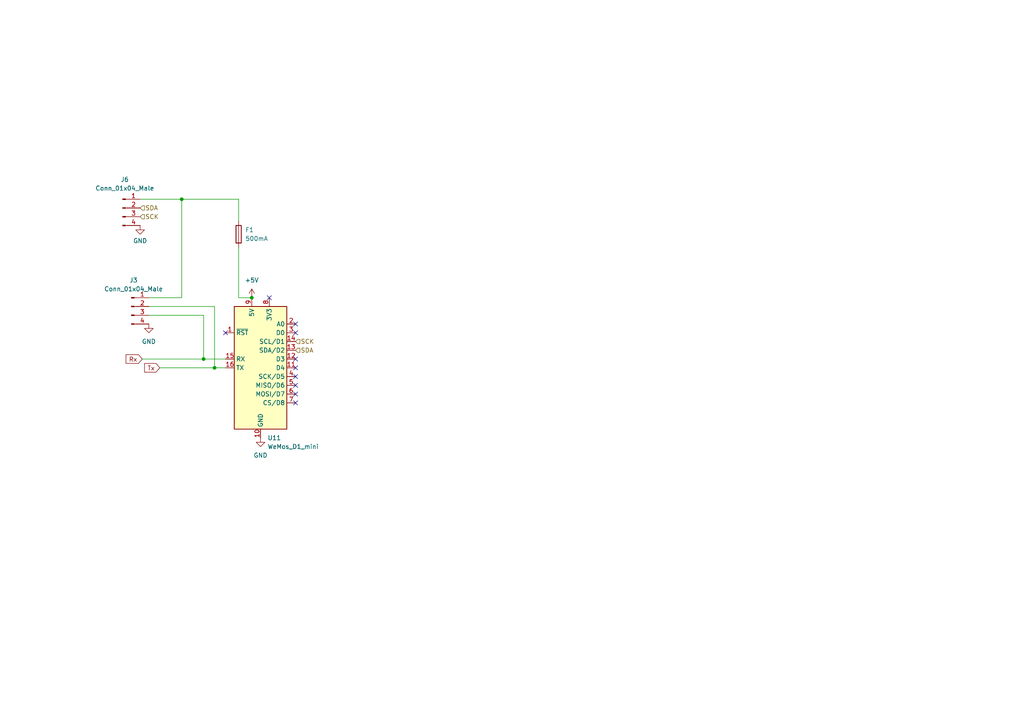
<source format=kicad_sch>
(kicad_sch (version 20211123) (generator eeschema)

  (uuid 41da7941-d8d8-4081-941a-987a11e4e970)

  (paper "A4")

  (lib_symbols
    (symbol "Connector:Conn_01x04_Male" (pin_names (offset 1.016) hide) (in_bom yes) (on_board yes)
      (property "Reference" "J" (id 0) (at 0 5.08 0)
        (effects (font (size 1.27 1.27)))
      )
      (property "Value" "Conn_01x04_Male" (id 1) (at 0 -7.62 0)
        (effects (font (size 1.27 1.27)))
      )
      (property "Footprint" "" (id 2) (at 0 0 0)
        (effects (font (size 1.27 1.27)) hide)
      )
      (property "Datasheet" "~" (id 3) (at 0 0 0)
        (effects (font (size 1.27 1.27)) hide)
      )
      (property "ki_keywords" "connector" (id 4) (at 0 0 0)
        (effects (font (size 1.27 1.27)) hide)
      )
      (property "ki_description" "Generic connector, single row, 01x04, script generated (kicad-library-utils/schlib/autogen/connector/)" (id 5) (at 0 0 0)
        (effects (font (size 1.27 1.27)) hide)
      )
      (property "ki_fp_filters" "Connector*:*_1x??_*" (id 6) (at 0 0 0)
        (effects (font (size 1.27 1.27)) hide)
      )
      (symbol "Conn_01x04_Male_1_1"
        (polyline
          (pts
            (xy 1.27 -5.08)
            (xy 0.8636 -5.08)
          )
          (stroke (width 0.1524) (type default) (color 0 0 0 0))
          (fill (type none))
        )
        (polyline
          (pts
            (xy 1.27 -2.54)
            (xy 0.8636 -2.54)
          )
          (stroke (width 0.1524) (type default) (color 0 0 0 0))
          (fill (type none))
        )
        (polyline
          (pts
            (xy 1.27 0)
            (xy 0.8636 0)
          )
          (stroke (width 0.1524) (type default) (color 0 0 0 0))
          (fill (type none))
        )
        (polyline
          (pts
            (xy 1.27 2.54)
            (xy 0.8636 2.54)
          )
          (stroke (width 0.1524) (type default) (color 0 0 0 0))
          (fill (type none))
        )
        (rectangle (start 0.8636 -4.953) (end 0 -5.207)
          (stroke (width 0.1524) (type default) (color 0 0 0 0))
          (fill (type outline))
        )
        (rectangle (start 0.8636 -2.413) (end 0 -2.667)
          (stroke (width 0.1524) (type default) (color 0 0 0 0))
          (fill (type outline))
        )
        (rectangle (start 0.8636 0.127) (end 0 -0.127)
          (stroke (width 0.1524) (type default) (color 0 0 0 0))
          (fill (type outline))
        )
        (rectangle (start 0.8636 2.667) (end 0 2.413)
          (stroke (width 0.1524) (type default) (color 0 0 0 0))
          (fill (type outline))
        )
        (pin passive line (at 5.08 2.54 180) (length 3.81)
          (name "Pin_1" (effects (font (size 1.27 1.27))))
          (number "1" (effects (font (size 1.27 1.27))))
        )
        (pin passive line (at 5.08 0 180) (length 3.81)
          (name "Pin_2" (effects (font (size 1.27 1.27))))
          (number "2" (effects (font (size 1.27 1.27))))
        )
        (pin passive line (at 5.08 -2.54 180) (length 3.81)
          (name "Pin_3" (effects (font (size 1.27 1.27))))
          (number "3" (effects (font (size 1.27 1.27))))
        )
        (pin passive line (at 5.08 -5.08 180) (length 3.81)
          (name "Pin_4" (effects (font (size 1.27 1.27))))
          (number "4" (effects (font (size 1.27 1.27))))
        )
      )
    )
    (symbol "Device:Fuse" (pin_numbers hide) (pin_names (offset 0)) (in_bom yes) (on_board yes)
      (property "Reference" "F" (id 0) (at 2.032 0 90)
        (effects (font (size 1.27 1.27)))
      )
      (property "Value" "Fuse" (id 1) (at -1.905 0 90)
        (effects (font (size 1.27 1.27)))
      )
      (property "Footprint" "" (id 2) (at -1.778 0 90)
        (effects (font (size 1.27 1.27)) hide)
      )
      (property "Datasheet" "~" (id 3) (at 0 0 0)
        (effects (font (size 1.27 1.27)) hide)
      )
      (property "ki_keywords" "fuse" (id 4) (at 0 0 0)
        (effects (font (size 1.27 1.27)) hide)
      )
      (property "ki_description" "Fuse" (id 5) (at 0 0 0)
        (effects (font (size 1.27 1.27)) hide)
      )
      (property "ki_fp_filters" "*Fuse*" (id 6) (at 0 0 0)
        (effects (font (size 1.27 1.27)) hide)
      )
      (symbol "Fuse_0_1"
        (rectangle (start -0.762 -2.54) (end 0.762 2.54)
          (stroke (width 0.254) (type default) (color 0 0 0 0))
          (fill (type none))
        )
        (polyline
          (pts
            (xy 0 2.54)
            (xy 0 -2.54)
          )
          (stroke (width 0) (type default) (color 0 0 0 0))
          (fill (type none))
        )
      )
      (symbol "Fuse_1_1"
        (pin passive line (at 0 3.81 270) (length 1.27)
          (name "~" (effects (font (size 1.27 1.27))))
          (number "1" (effects (font (size 1.27 1.27))))
        )
        (pin passive line (at 0 -3.81 90) (length 1.27)
          (name "~" (effects (font (size 1.27 1.27))))
          (number "2" (effects (font (size 1.27 1.27))))
        )
      )
    )
    (symbol "MCU_Module:WeMos_D1_mini" (in_bom yes) (on_board yes)
      (property "Reference" "U" (id 0) (at 3.81 19.05 0)
        (effects (font (size 1.27 1.27)) (justify left))
      )
      (property "Value" "WeMos_D1_mini" (id 1) (at 1.27 -19.05 0)
        (effects (font (size 1.27 1.27)) (justify left))
      )
      (property "Footprint" "Module:WEMOS_D1_mini_light" (id 2) (at 0 -29.21 0)
        (effects (font (size 1.27 1.27)) hide)
      )
      (property "Datasheet" "https://wiki.wemos.cc/products:d1:d1_mini#documentation" (id 3) (at -46.99 -29.21 0)
        (effects (font (size 1.27 1.27)) hide)
      )
      (property "ki_keywords" "ESP8266 WiFi microcontroller ESP8266EX" (id 4) (at 0 0 0)
        (effects (font (size 1.27 1.27)) hide)
      )
      (property "ki_description" "32-bit microcontroller module with WiFi" (id 5) (at 0 0 0)
        (effects (font (size 1.27 1.27)) hide)
      )
      (property "ki_fp_filters" "WEMOS*D1*mini*" (id 6) (at 0 0 0)
        (effects (font (size 1.27 1.27)) hide)
      )
      (symbol "WeMos_D1_mini_1_1"
        (rectangle (start -7.62 17.78) (end 7.62 -17.78)
          (stroke (width 0.254) (type default) (color 0 0 0 0))
          (fill (type background))
        )
        (pin input line (at -10.16 10.16 0) (length 2.54)
          (name "~{RST}" (effects (font (size 1.27 1.27))))
          (number "1" (effects (font (size 1.27 1.27))))
        )
        (pin power_in line (at 0 -20.32 90) (length 2.54)
          (name "GND" (effects (font (size 1.27 1.27))))
          (number "10" (effects (font (size 1.27 1.27))))
        )
        (pin bidirectional line (at 10.16 0 180) (length 2.54)
          (name "D4" (effects (font (size 1.27 1.27))))
          (number "11" (effects (font (size 1.27 1.27))))
        )
        (pin bidirectional line (at 10.16 2.54 180) (length 2.54)
          (name "D3" (effects (font (size 1.27 1.27))))
          (number "12" (effects (font (size 1.27 1.27))))
        )
        (pin bidirectional line (at 10.16 5.08 180) (length 2.54)
          (name "SDA/D2" (effects (font (size 1.27 1.27))))
          (number "13" (effects (font (size 1.27 1.27))))
        )
        (pin bidirectional line (at 10.16 7.62 180) (length 2.54)
          (name "SCL/D1" (effects (font (size 1.27 1.27))))
          (number "14" (effects (font (size 1.27 1.27))))
        )
        (pin input line (at -10.16 2.54 0) (length 2.54)
          (name "RX" (effects (font (size 1.27 1.27))))
          (number "15" (effects (font (size 1.27 1.27))))
        )
        (pin output line (at -10.16 0 0) (length 2.54)
          (name "TX" (effects (font (size 1.27 1.27))))
          (number "16" (effects (font (size 1.27 1.27))))
        )
        (pin input line (at 10.16 12.7 180) (length 2.54)
          (name "A0" (effects (font (size 1.27 1.27))))
          (number "2" (effects (font (size 1.27 1.27))))
        )
        (pin bidirectional line (at 10.16 10.16 180) (length 2.54)
          (name "D0" (effects (font (size 1.27 1.27))))
          (number "3" (effects (font (size 1.27 1.27))))
        )
        (pin bidirectional line (at 10.16 -2.54 180) (length 2.54)
          (name "SCK/D5" (effects (font (size 1.27 1.27))))
          (number "4" (effects (font (size 1.27 1.27))))
        )
        (pin bidirectional line (at 10.16 -5.08 180) (length 2.54)
          (name "MISO/D6" (effects (font (size 1.27 1.27))))
          (number "5" (effects (font (size 1.27 1.27))))
        )
        (pin bidirectional line (at 10.16 -7.62 180) (length 2.54)
          (name "MOSI/D7" (effects (font (size 1.27 1.27))))
          (number "6" (effects (font (size 1.27 1.27))))
        )
        (pin bidirectional line (at 10.16 -10.16 180) (length 2.54)
          (name "CS/D8" (effects (font (size 1.27 1.27))))
          (number "7" (effects (font (size 1.27 1.27))))
        )
        (pin power_out line (at 2.54 20.32 270) (length 2.54)
          (name "3V3" (effects (font (size 1.27 1.27))))
          (number "8" (effects (font (size 1.27 1.27))))
        )
        (pin power_in line (at -2.54 20.32 270) (length 2.54)
          (name "5V" (effects (font (size 1.27 1.27))))
          (number "9" (effects (font (size 1.27 1.27))))
        )
      )
    )
    (symbol "power:+5V" (power) (pin_names (offset 0)) (in_bom yes) (on_board yes)
      (property "Reference" "#PWR" (id 0) (at 0 -3.81 0)
        (effects (font (size 1.27 1.27)) hide)
      )
      (property "Value" "+5V" (id 1) (at 0 3.556 0)
        (effects (font (size 1.27 1.27)))
      )
      (property "Footprint" "" (id 2) (at 0 0 0)
        (effects (font (size 1.27 1.27)) hide)
      )
      (property "Datasheet" "" (id 3) (at 0 0 0)
        (effects (font (size 1.27 1.27)) hide)
      )
      (property "ki_keywords" "power-flag" (id 4) (at 0 0 0)
        (effects (font (size 1.27 1.27)) hide)
      )
      (property "ki_description" "Power symbol creates a global label with name \"+5V\"" (id 5) (at 0 0 0)
        (effects (font (size 1.27 1.27)) hide)
      )
      (symbol "+5V_0_1"
        (polyline
          (pts
            (xy -0.762 1.27)
            (xy 0 2.54)
          )
          (stroke (width 0) (type default) (color 0 0 0 0))
          (fill (type none))
        )
        (polyline
          (pts
            (xy 0 0)
            (xy 0 2.54)
          )
          (stroke (width 0) (type default) (color 0 0 0 0))
          (fill (type none))
        )
        (polyline
          (pts
            (xy 0 2.54)
            (xy 0.762 1.27)
          )
          (stroke (width 0) (type default) (color 0 0 0 0))
          (fill (type none))
        )
      )
      (symbol "+5V_1_1"
        (pin power_in line (at 0 0 90) (length 0) hide
          (name "+5V" (effects (font (size 1.27 1.27))))
          (number "1" (effects (font (size 1.27 1.27))))
        )
      )
    )
    (symbol "power:GND" (power) (pin_names (offset 0)) (in_bom yes) (on_board yes)
      (property "Reference" "#PWR" (id 0) (at 0 -6.35 0)
        (effects (font (size 1.27 1.27)) hide)
      )
      (property "Value" "GND" (id 1) (at 0 -3.81 0)
        (effects (font (size 1.27 1.27)))
      )
      (property "Footprint" "" (id 2) (at 0 0 0)
        (effects (font (size 1.27 1.27)) hide)
      )
      (property "Datasheet" "" (id 3) (at 0 0 0)
        (effects (font (size 1.27 1.27)) hide)
      )
      (property "ki_keywords" "power-flag" (id 4) (at 0 0 0)
        (effects (font (size 1.27 1.27)) hide)
      )
      (property "ki_description" "Power symbol creates a global label with name \"GND\" , ground" (id 5) (at 0 0 0)
        (effects (font (size 1.27 1.27)) hide)
      )
      (symbol "GND_0_1"
        (polyline
          (pts
            (xy 0 0)
            (xy 0 -1.27)
            (xy 1.27 -1.27)
            (xy 0 -2.54)
            (xy -1.27 -1.27)
            (xy 0 -1.27)
          )
          (stroke (width 0) (type default) (color 0 0 0 0))
          (fill (type none))
        )
      )
      (symbol "GND_1_1"
        (pin power_in line (at 0 0 270) (length 0) hide
          (name "GND" (effects (font (size 1.27 1.27))))
          (number "1" (effects (font (size 1.27 1.27))))
        )
      )
    )
  )

  (junction (at 52.705 57.785) (diameter 0) (color 0 0 0 0)
    (uuid 6d04cd22-b011-4369-a080-7b9a826510b0)
  )
  (junction (at 59.055 104.14) (diameter 0) (color 0 0 0 0)
    (uuid 89f09487-f081-4cb1-9661-4c6a23a9b708)
  )
  (junction (at 73.025 86.36) (diameter 0) (color 0 0 0 0)
    (uuid c5d080e2-e7a2-469b-9d14-fda69fdf2680)
  )
  (junction (at 62.23 106.68) (diameter 0) (color 0 0 0 0)
    (uuid f11f0212-cadf-498a-bd3f-0547161332b6)
  )

  (no_connect (at 85.725 116.84) (uuid 9edc86fa-30a1-40e9-8671-a3c3a7e4142d))
  (no_connect (at 85.725 114.3) (uuid 9edc86fa-30a1-40e9-8671-a3c3a7e4142e))
  (no_connect (at 85.725 111.76) (uuid 9edc86fa-30a1-40e9-8671-a3c3a7e4142f))
  (no_connect (at 78.105 86.36) (uuid 9edc86fa-30a1-40e9-8671-a3c3a7e41430))
  (no_connect (at 65.405 96.52) (uuid 9edc86fa-30a1-40e9-8671-a3c3a7e41431))
  (no_connect (at 85.725 104.14) (uuid 9edc86fa-30a1-40e9-8671-a3c3a7e41432))
  (no_connect (at 85.725 106.68) (uuid 9edc86fa-30a1-40e9-8671-a3c3a7e41433))
  (no_connect (at 85.725 109.22) (uuid 9edc86fa-30a1-40e9-8671-a3c3a7e41434))
  (no_connect (at 85.725 96.52) (uuid 9edc86fa-30a1-40e9-8671-a3c3a7e41435))
  (no_connect (at 85.725 93.98) (uuid 9edc86fa-30a1-40e9-8671-a3c3a7e41436))

  (wire (pts (xy 46.355 106.68) (xy 62.23 106.68))
    (stroke (width 0) (type default) (color 0 0 0 0))
    (uuid 159c7d55-e962-417d-ab4b-3a573d99e1f5)
  )
  (wire (pts (xy 62.23 88.9) (xy 62.23 106.68))
    (stroke (width 0) (type default) (color 0 0 0 0))
    (uuid 24b5c92d-8a47-4085-a739-b5871f101b65)
  )
  (wire (pts (xy 52.705 57.785) (xy 69.215 57.785))
    (stroke (width 0) (type default) (color 0 0 0 0))
    (uuid 2f2b7a86-ce47-4454-b8ac-6699703b8292)
  )
  (wire (pts (xy 69.215 86.36) (xy 73.025 86.36))
    (stroke (width 0) (type default) (color 0 0 0 0))
    (uuid 306216c4-f88f-45b0-9ffc-0536882d005b)
  )
  (wire (pts (xy 62.23 106.68) (xy 65.405 106.68))
    (stroke (width 0) (type default) (color 0 0 0 0))
    (uuid 45ae54e6-2780-4f0d-8e1f-fa627d6f8f7f)
  )
  (wire (pts (xy 41.275 104.14) (xy 59.055 104.14))
    (stroke (width 0) (type default) (color 0 0 0 0))
    (uuid 65bb8dcb-3426-4e0a-a7f0-f963dc173940)
  )
  (wire (pts (xy 52.705 57.785) (xy 52.705 86.36))
    (stroke (width 0) (type default) (color 0 0 0 0))
    (uuid 7d474d5c-0414-4636-92c6-509bd2849582)
  )
  (wire (pts (xy 40.64 57.785) (xy 52.705 57.785))
    (stroke (width 0) (type default) (color 0 0 0 0))
    (uuid 840c034b-255d-4f00-9c61-0ce3fc321606)
  )
  (wire (pts (xy 69.215 71.755) (xy 69.215 86.36))
    (stroke (width 0) (type default) (color 0 0 0 0))
    (uuid 979f1f9f-6423-45e2-a00c-d0ecb19db64f)
  )
  (wire (pts (xy 43.18 88.9) (xy 62.23 88.9))
    (stroke (width 0) (type default) (color 0 0 0 0))
    (uuid ba04fac2-b5df-42d6-961b-f9283c6b34de)
  )
  (wire (pts (xy 52.705 86.36) (xy 43.18 86.36))
    (stroke (width 0) (type default) (color 0 0 0 0))
    (uuid bb737287-bf25-4590-949c-d864a8922614)
  )
  (wire (pts (xy 59.055 91.44) (xy 59.055 104.14))
    (stroke (width 0) (type default) (color 0 0 0 0))
    (uuid c1cf71f1-dcb1-4cf6-b0db-6ad943e17b1d)
  )
  (wire (pts (xy 43.18 91.44) (xy 59.055 91.44))
    (stroke (width 0) (type default) (color 0 0 0 0))
    (uuid cdfa9693-161c-4ec9-941e-006c537f4bc9)
  )
  (wire (pts (xy 59.055 104.14) (xy 65.405 104.14))
    (stroke (width 0) (type default) (color 0 0 0 0))
    (uuid d383dde6-e764-4b79-b175-41b34b5de119)
  )
  (wire (pts (xy 69.215 57.785) (xy 69.215 64.135))
    (stroke (width 0) (type default) (color 0 0 0 0))
    (uuid febee907-1368-428e-b47a-8e7a536a7d93)
  )

  (global_label "Rx" (shape input) (at 41.275 104.14 180) (fields_autoplaced)
    (effects (font (size 1.27 1.27)) (justify right))
    (uuid 08208af5-9358-4c86-ba78-2e1edb6787a9)
    (property "Intersheet References" "${INTERSHEET_REFS}" (id 0) (at 36.5638 104.0606 0)
      (effects (font (size 1.27 1.27)) (justify right) hide)
    )
  )
  (global_label "Tx" (shape input) (at 46.355 106.68 180) (fields_autoplaced)
    (effects (font (size 1.27 1.27)) (justify right))
    (uuid dc7034cf-93cb-4ebf-9e0f-512cd7c6531e)
    (property "Intersheet References" "${INTERSHEET_REFS}" (id 0) (at 41.9462 106.7594 0)
      (effects (font (size 1.27 1.27)) (justify right) hide)
    )
  )

  (hierarchical_label "SDA" (shape input) (at 40.64 60.325 0)
    (effects (font (size 1.27 1.27)) (justify left))
    (uuid 7ab19127-2951-4e2f-8c38-072912c78632)
  )
  (hierarchical_label "SDA" (shape input) (at 85.725 101.6 0)
    (effects (font (size 1.27 1.27)) (justify left))
    (uuid 80a1addd-886c-41a0-937a-c47f70f5212b)
  )
  (hierarchical_label "SCK" (shape input) (at 85.725 99.06 0)
    (effects (font (size 1.27 1.27)) (justify left))
    (uuid 98cbf27e-cf34-4384-b6c6-df7ab59644da)
  )
  (hierarchical_label "SCK" (shape input) (at 40.64 62.865 0)
    (effects (font (size 1.27 1.27)) (justify left))
    (uuid c2098f2c-69c5-457a-9f9b-3f44972123ed)
  )

  (symbol (lib_id "Device:Fuse") (at 69.215 67.945 0) (unit 1)
    (in_bom yes) (on_board yes) (fields_autoplaced)
    (uuid 1b403d5a-d800-4b38-8221-05fe0025cfb0)
    (property "Reference" "F1" (id 0) (at 71.12 66.6749 0)
      (effects (font (size 1.27 1.27)) (justify left))
    )
    (property "Value" "500mA" (id 1) (at 71.12 69.2149 0)
      (effects (font (size 1.27 1.27)) (justify left))
    )
    (property "Footprint" "Fuse:Fuseholder_TR5_Littelfuse_No560_No460" (id 2) (at 67.437 67.945 90)
      (effects (font (size 1.27 1.27)) hide)
    )
    (property "Datasheet" "~" (id 3) (at 69.215 67.945 0)
      (effects (font (size 1.27 1.27)) hide)
    )
    (pin "1" (uuid ad350d36-b21a-4c6b-a001-b2e6221bf16a))
    (pin "2" (uuid 9f5d2c1f-abdf-486a-967f-6a0d6b95aa5a))
  )

  (symbol (lib_id "power:GND") (at 75.565 127 0) (unit 1)
    (in_bom yes) (on_board yes) (fields_autoplaced)
    (uuid 1eb7c286-f1de-4f43-ac23-d0e8a64f1928)
    (property "Reference" "#PWR039" (id 0) (at 75.565 133.35 0)
      (effects (font (size 1.27 1.27)) hide)
    )
    (property "Value" "GND" (id 1) (at 75.565 132.08 0))
    (property "Footprint" "" (id 2) (at 75.565 127 0)
      (effects (font (size 1.27 1.27)) hide)
    )
    (property "Datasheet" "" (id 3) (at 75.565 127 0)
      (effects (font (size 1.27 1.27)) hide)
    )
    (pin "1" (uuid a0e1186c-a676-45b0-b04f-1068e1747677))
  )

  (symbol (lib_id "Connector:Conn_01x04_Male") (at 38.1 88.9 0) (unit 1)
    (in_bom yes) (on_board yes) (fields_autoplaced)
    (uuid 628db300-ceb8-4911-8b42-3036b58a9f70)
    (property "Reference" "J3" (id 0) (at 38.735 81.28 0))
    (property "Value" "Conn_01x04_Male" (id 1) (at 38.735 83.82 0))
    (property "Footprint" "Connector_JST:JST_PH_B4B-PH-K_1x04_P2.00mm_Vertical" (id 2) (at 38.1 88.9 0)
      (effects (font (size 1.27 1.27)) hide)
    )
    (property "Datasheet" "~" (id 3) (at 38.1 88.9 0)
      (effects (font (size 1.27 1.27)) hide)
    )
    (pin "1" (uuid 757d7cf4-5e97-40d2-8d1b-22b18bec4f62))
    (pin "2" (uuid ce5c18ac-c9b1-4007-b302-15389fed8a73))
    (pin "3" (uuid bbf5d5ce-ddf7-4d2b-863e-2e0eff44d20f))
    (pin "4" (uuid d8aab4ad-bc49-45e7-a27a-90c52fc3a6ef))
  )

  (symbol (lib_id "MCU_Module:WeMos_D1_mini") (at 75.565 106.68 0) (unit 1)
    (in_bom yes) (on_board yes) (fields_autoplaced)
    (uuid 6e0457c7-f6a4-4ab2-aeae-c5733c917221)
    (property "Reference" "U11" (id 0) (at 77.5844 127 0)
      (effects (font (size 1.27 1.27)) (justify left))
    )
    (property "Value" "WeMos_D1_mini" (id 1) (at 77.5844 129.54 0)
      (effects (font (size 1.27 1.27)) (justify left))
    )
    (property "Footprint" "Module:WEMOS_D1_mini_light" (id 2) (at 75.565 135.89 0)
      (effects (font (size 1.27 1.27)) hide)
    )
    (property "Datasheet" "https://wiki.wemos.cc/products:d1:d1_mini#documentation" (id 3) (at 28.575 135.89 0)
      (effects (font (size 1.27 1.27)) hide)
    )
    (pin "1" (uuid 15ed1495-a9ae-4983-b332-9046f85e7164))
    (pin "10" (uuid 69cdb956-5f81-47fe-bd8f-843955017e96))
    (pin "11" (uuid 14231636-1db7-4a5a-9564-880f4e21bb43))
    (pin "12" (uuid 66a88782-7011-4eb1-9c5c-c100a5f29dbc))
    (pin "13" (uuid ff678a17-17bd-420f-953a-0e7c703f87f9))
    (pin "14" (uuid 7ce6e846-6ee3-408f-a64c-74219d4616f0))
    (pin "15" (uuid 3e072ed4-0435-43d7-89e8-4ef3086f88e5))
    (pin "16" (uuid d4c3a0b2-d57c-4b03-904d-c284166e4473))
    (pin "2" (uuid 64bb8eaf-4273-4760-8f02-ba13f5d68526))
    (pin "3" (uuid 0d7725d3-a9e0-45aa-9bc2-243a925132d2))
    (pin "4" (uuid c11e43a6-f709-45c8-b9da-6da42fb0b051))
    (pin "5" (uuid 68885e29-dbd9-4f41-9056-f8aa75d17bd4))
    (pin "6" (uuid f85aa8d9-b82d-4815-8469-ae8d3cf837f0))
    (pin "7" (uuid 05ab95f1-f29b-4863-a9be-8d9bfca8eaad))
    (pin "8" (uuid 23c9504d-4366-4523-a6e1-c0e56f15e0d2))
    (pin "9" (uuid 14570a2c-01b4-4549-9e85-3fae0cc72575))
  )

  (symbol (lib_id "power:GND") (at 40.64 65.405 0) (unit 1)
    (in_bom yes) (on_board yes) (fields_autoplaced)
    (uuid 7b6818d6-f4d0-4c21-90b4-4516b38d686c)
    (property "Reference" "#PWR040" (id 0) (at 40.64 71.755 0)
      (effects (font (size 1.27 1.27)) hide)
    )
    (property "Value" "GND" (id 1) (at 40.64 69.85 0))
    (property "Footprint" "" (id 2) (at 40.64 65.405 0)
      (effects (font (size 1.27 1.27)) hide)
    )
    (property "Datasheet" "" (id 3) (at 40.64 65.405 0)
      (effects (font (size 1.27 1.27)) hide)
    )
    (pin "1" (uuid 4b4967ba-1ba7-4a5a-a293-7edc592f3195))
  )

  (symbol (lib_id "power:+5V") (at 73.025 86.36 0) (unit 1)
    (in_bom yes) (on_board yes) (fields_autoplaced)
    (uuid 8ff1daaa-a72c-428c-94e9-2bcd9afd6400)
    (property "Reference" "#PWR038" (id 0) (at 73.025 90.17 0)
      (effects (font (size 1.27 1.27)) hide)
    )
    (property "Value" "+5V" (id 1) (at 73.025 81.28 0))
    (property "Footprint" "" (id 2) (at 73.025 86.36 0)
      (effects (font (size 1.27 1.27)) hide)
    )
    (property "Datasheet" "" (id 3) (at 73.025 86.36 0)
      (effects (font (size 1.27 1.27)) hide)
    )
    (pin "1" (uuid 67e483f1-46ef-4efe-ae76-9170a45439f0))
  )

  (symbol (lib_id "Connector:Conn_01x04_Male") (at 35.56 60.325 0) (unit 1)
    (in_bom yes) (on_board yes) (fields_autoplaced)
    (uuid b2e1e7c1-20cc-4aad-bade-bf671a1626eb)
    (property "Reference" "J6" (id 0) (at 36.195 52.07 0))
    (property "Value" "Conn_01x04_Male" (id 1) (at 36.195 54.61 0))
    (property "Footprint" "Connector_JST:JST_PH_B4B-PH-K_1x04_P2.00mm_Vertical" (id 2) (at 35.56 60.325 0)
      (effects (font (size 1.27 1.27)) hide)
    )
    (property "Datasheet" "~" (id 3) (at 35.56 60.325 0)
      (effects (font (size 1.27 1.27)) hide)
    )
    (pin "1" (uuid 94e8bd04-2565-43bd-b918-f60020513621))
    (pin "2" (uuid bfcca190-f88b-4248-af32-52d2f0b1132e))
    (pin "3" (uuid 8170258e-5d83-4763-a0b8-cdbb86f462a4))
    (pin "4" (uuid c5b24639-1623-4148-99dd-261596479923))
  )

  (symbol (lib_id "power:GND") (at 43.18 93.98 0) (unit 1)
    (in_bom yes) (on_board yes) (fields_autoplaced)
    (uuid e342d460-3228-4029-ad13-07914851dc90)
    (property "Reference" "#PWR029" (id 0) (at 43.18 100.33 0)
      (effects (font (size 1.27 1.27)) hide)
    )
    (property "Value" "GND" (id 1) (at 43.18 99.06 0))
    (property "Footprint" "" (id 2) (at 43.18 93.98 0)
      (effects (font (size 1.27 1.27)) hide)
    )
    (property "Datasheet" "" (id 3) (at 43.18 93.98 0)
      (effects (font (size 1.27 1.27)) hide)
    )
    (pin "1" (uuid 571c39fe-6084-469e-9384-07cb34bf68db))
  )
)

</source>
